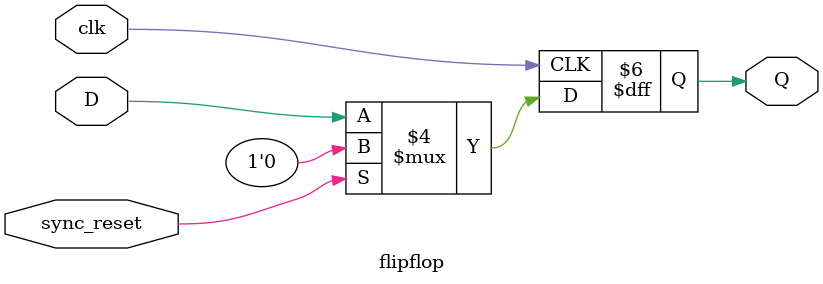
<source format=sv>
`timescale 1ns / 1ps


module flipflop(input logic D, clk, sync_reset,
                   output logic Q);
always @(posedge clk)
begin
    if(sync_reset == 1)
    Q <= 0;
    else
    Q <= D;
    end
endmodule

</source>
